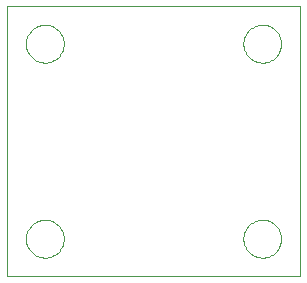
<source format=gm1>
G75*
G70*
%OFA0B0*%
%FSLAX24Y24*%
%IPPOS*%
%LPD*%
%AMOC8*
5,1,8,0,0,1.08239X$1,22.5*
%
%ADD10C,0.0000*%
D10*
X000100Y000660D02*
X000100Y009655D01*
X009842Y009655D01*
X009842Y000660D01*
X000100Y000660D01*
X000720Y001910D02*
X000722Y001960D01*
X000728Y002010D01*
X000738Y002059D01*
X000752Y002107D01*
X000769Y002154D01*
X000790Y002199D01*
X000815Y002243D01*
X000843Y002284D01*
X000875Y002323D01*
X000909Y002360D01*
X000946Y002394D01*
X000986Y002424D01*
X001028Y002451D01*
X001072Y002475D01*
X001118Y002496D01*
X001165Y002512D01*
X001213Y002525D01*
X001263Y002534D01*
X001312Y002539D01*
X001363Y002540D01*
X001413Y002537D01*
X001462Y002530D01*
X001511Y002519D01*
X001559Y002504D01*
X001605Y002486D01*
X001650Y002464D01*
X001693Y002438D01*
X001734Y002409D01*
X001773Y002377D01*
X001809Y002342D01*
X001841Y002304D01*
X001871Y002264D01*
X001898Y002221D01*
X001921Y002177D01*
X001940Y002131D01*
X001956Y002083D01*
X001968Y002034D01*
X001976Y001985D01*
X001980Y001935D01*
X001980Y001885D01*
X001976Y001835D01*
X001968Y001786D01*
X001956Y001737D01*
X001940Y001689D01*
X001921Y001643D01*
X001898Y001599D01*
X001871Y001556D01*
X001841Y001516D01*
X001809Y001478D01*
X001773Y001443D01*
X001734Y001411D01*
X001693Y001382D01*
X001650Y001356D01*
X001605Y001334D01*
X001559Y001316D01*
X001511Y001301D01*
X001462Y001290D01*
X001413Y001283D01*
X001363Y001280D01*
X001312Y001281D01*
X001263Y001286D01*
X001213Y001295D01*
X001165Y001308D01*
X001118Y001324D01*
X001072Y001345D01*
X001028Y001369D01*
X000986Y001396D01*
X000946Y001426D01*
X000909Y001460D01*
X000875Y001497D01*
X000843Y001536D01*
X000815Y001577D01*
X000790Y001621D01*
X000769Y001666D01*
X000752Y001713D01*
X000738Y001761D01*
X000728Y001810D01*
X000722Y001860D01*
X000720Y001910D01*
X000720Y008410D02*
X000722Y008460D01*
X000728Y008510D01*
X000738Y008559D01*
X000752Y008607D01*
X000769Y008654D01*
X000790Y008699D01*
X000815Y008743D01*
X000843Y008784D01*
X000875Y008823D01*
X000909Y008860D01*
X000946Y008894D01*
X000986Y008924D01*
X001028Y008951D01*
X001072Y008975D01*
X001118Y008996D01*
X001165Y009012D01*
X001213Y009025D01*
X001263Y009034D01*
X001312Y009039D01*
X001363Y009040D01*
X001413Y009037D01*
X001462Y009030D01*
X001511Y009019D01*
X001559Y009004D01*
X001605Y008986D01*
X001650Y008964D01*
X001693Y008938D01*
X001734Y008909D01*
X001773Y008877D01*
X001809Y008842D01*
X001841Y008804D01*
X001871Y008764D01*
X001898Y008721D01*
X001921Y008677D01*
X001940Y008631D01*
X001956Y008583D01*
X001968Y008534D01*
X001976Y008485D01*
X001980Y008435D01*
X001980Y008385D01*
X001976Y008335D01*
X001968Y008286D01*
X001956Y008237D01*
X001940Y008189D01*
X001921Y008143D01*
X001898Y008099D01*
X001871Y008056D01*
X001841Y008016D01*
X001809Y007978D01*
X001773Y007943D01*
X001734Y007911D01*
X001693Y007882D01*
X001650Y007856D01*
X001605Y007834D01*
X001559Y007816D01*
X001511Y007801D01*
X001462Y007790D01*
X001413Y007783D01*
X001363Y007780D01*
X001312Y007781D01*
X001263Y007786D01*
X001213Y007795D01*
X001165Y007808D01*
X001118Y007824D01*
X001072Y007845D01*
X001028Y007869D01*
X000986Y007896D01*
X000946Y007926D01*
X000909Y007960D01*
X000875Y007997D01*
X000843Y008036D01*
X000815Y008077D01*
X000790Y008121D01*
X000769Y008166D01*
X000752Y008213D01*
X000738Y008261D01*
X000728Y008310D01*
X000722Y008360D01*
X000720Y008410D01*
X007970Y008410D02*
X007972Y008460D01*
X007978Y008510D01*
X007988Y008559D01*
X008002Y008607D01*
X008019Y008654D01*
X008040Y008699D01*
X008065Y008743D01*
X008093Y008784D01*
X008125Y008823D01*
X008159Y008860D01*
X008196Y008894D01*
X008236Y008924D01*
X008278Y008951D01*
X008322Y008975D01*
X008368Y008996D01*
X008415Y009012D01*
X008463Y009025D01*
X008513Y009034D01*
X008562Y009039D01*
X008613Y009040D01*
X008663Y009037D01*
X008712Y009030D01*
X008761Y009019D01*
X008809Y009004D01*
X008855Y008986D01*
X008900Y008964D01*
X008943Y008938D01*
X008984Y008909D01*
X009023Y008877D01*
X009059Y008842D01*
X009091Y008804D01*
X009121Y008764D01*
X009148Y008721D01*
X009171Y008677D01*
X009190Y008631D01*
X009206Y008583D01*
X009218Y008534D01*
X009226Y008485D01*
X009230Y008435D01*
X009230Y008385D01*
X009226Y008335D01*
X009218Y008286D01*
X009206Y008237D01*
X009190Y008189D01*
X009171Y008143D01*
X009148Y008099D01*
X009121Y008056D01*
X009091Y008016D01*
X009059Y007978D01*
X009023Y007943D01*
X008984Y007911D01*
X008943Y007882D01*
X008900Y007856D01*
X008855Y007834D01*
X008809Y007816D01*
X008761Y007801D01*
X008712Y007790D01*
X008663Y007783D01*
X008613Y007780D01*
X008562Y007781D01*
X008513Y007786D01*
X008463Y007795D01*
X008415Y007808D01*
X008368Y007824D01*
X008322Y007845D01*
X008278Y007869D01*
X008236Y007896D01*
X008196Y007926D01*
X008159Y007960D01*
X008125Y007997D01*
X008093Y008036D01*
X008065Y008077D01*
X008040Y008121D01*
X008019Y008166D01*
X008002Y008213D01*
X007988Y008261D01*
X007978Y008310D01*
X007972Y008360D01*
X007970Y008410D01*
X007970Y001910D02*
X007972Y001960D01*
X007978Y002010D01*
X007988Y002059D01*
X008002Y002107D01*
X008019Y002154D01*
X008040Y002199D01*
X008065Y002243D01*
X008093Y002284D01*
X008125Y002323D01*
X008159Y002360D01*
X008196Y002394D01*
X008236Y002424D01*
X008278Y002451D01*
X008322Y002475D01*
X008368Y002496D01*
X008415Y002512D01*
X008463Y002525D01*
X008513Y002534D01*
X008562Y002539D01*
X008613Y002540D01*
X008663Y002537D01*
X008712Y002530D01*
X008761Y002519D01*
X008809Y002504D01*
X008855Y002486D01*
X008900Y002464D01*
X008943Y002438D01*
X008984Y002409D01*
X009023Y002377D01*
X009059Y002342D01*
X009091Y002304D01*
X009121Y002264D01*
X009148Y002221D01*
X009171Y002177D01*
X009190Y002131D01*
X009206Y002083D01*
X009218Y002034D01*
X009226Y001985D01*
X009230Y001935D01*
X009230Y001885D01*
X009226Y001835D01*
X009218Y001786D01*
X009206Y001737D01*
X009190Y001689D01*
X009171Y001643D01*
X009148Y001599D01*
X009121Y001556D01*
X009091Y001516D01*
X009059Y001478D01*
X009023Y001443D01*
X008984Y001411D01*
X008943Y001382D01*
X008900Y001356D01*
X008855Y001334D01*
X008809Y001316D01*
X008761Y001301D01*
X008712Y001290D01*
X008663Y001283D01*
X008613Y001280D01*
X008562Y001281D01*
X008513Y001286D01*
X008463Y001295D01*
X008415Y001308D01*
X008368Y001324D01*
X008322Y001345D01*
X008278Y001369D01*
X008236Y001396D01*
X008196Y001426D01*
X008159Y001460D01*
X008125Y001497D01*
X008093Y001536D01*
X008065Y001577D01*
X008040Y001621D01*
X008019Y001666D01*
X008002Y001713D01*
X007988Y001761D01*
X007978Y001810D01*
X007972Y001860D01*
X007970Y001910D01*
M02*

</source>
